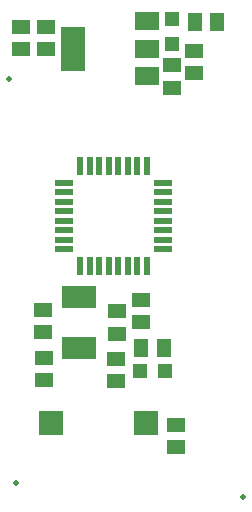
<source format=gbr>
G04 EAGLE Gerber X2 export*
%TF.Part,Single*%
%TF.FileFunction,Paste,Top*%
%TF.FilePolarity,Positive*%
%TF.GenerationSoftware,Autodesk,EAGLE,9.6.2*%
%TF.CreationDate,2022-05-08T16:50:48Z*%
G75*
%MOMM*%
%FSLAX46Y46*%
%LPD*%
%INSolderpaste Top*%
%AMOC8*
5,1,8,0,0,1.08239X$1,22.5*%
G01*
%ADD10R,1.500000X1.300000*%
%ADD11R,1.300000X1.500000*%
%ADD12R,1.200000X1.200000*%
%ADD13R,2.000000X2.000000*%
%ADD14R,0.550000X1.500000*%
%ADD15R,1.500000X0.550000*%
%ADD16R,2.950000X1.950000*%
%ADD17C,0.508000*%
%ADD18R,2.000000X1.500000*%
%ADD19R,2.000000X3.800000*%


D10*
X18167400Y7402700D03*
X18167400Y5502700D03*
D11*
X17107400Y13852700D03*
X15207400Y13852700D03*
D10*
X6937400Y17112700D03*
X6937400Y15212700D03*
X13127400Y15092700D03*
X13127400Y16992700D03*
X5018400Y41063700D03*
X5018400Y39163700D03*
X17813400Y37821700D03*
X17813400Y35921700D03*
X19668400Y39044700D03*
X19668400Y37144700D03*
X7128400Y41063700D03*
X7128400Y39163700D03*
X15197400Y17962700D03*
X15197400Y16062700D03*
D12*
X15097400Y11962700D03*
X17197400Y11962700D03*
X17799600Y41751300D03*
X17799600Y39651300D03*
D10*
X6947400Y13062700D03*
X6947400Y11162700D03*
D11*
X21641300Y41481400D03*
X19741300Y41481400D03*
D10*
X13087400Y11062700D03*
X13087400Y12962700D03*
D13*
X7587400Y7562700D03*
X15587400Y7562700D03*
D14*
X10067400Y20872700D03*
X10867400Y20872700D03*
X11667400Y20872700D03*
X12467400Y20872700D03*
X13267400Y20872700D03*
X14067400Y20872700D03*
X14867400Y20872700D03*
X15667400Y20872700D03*
D15*
X17067400Y22272700D03*
X17067400Y23072700D03*
X17067400Y23872700D03*
X17067400Y24672700D03*
X17067400Y25472700D03*
X17067400Y26272700D03*
X17067400Y27072700D03*
X17067400Y27872700D03*
D14*
X15667400Y29272700D03*
X14867400Y29272700D03*
X14067400Y29272700D03*
X13267400Y29272700D03*
X12467400Y29272700D03*
X11667400Y29272700D03*
X10867400Y29272700D03*
X10067400Y29272700D03*
D15*
X8667400Y27872700D03*
X8667400Y27072700D03*
X8667400Y26272700D03*
X8667400Y25472700D03*
X8667400Y24672700D03*
X8667400Y23872700D03*
X8667400Y23072700D03*
X8667400Y22272700D03*
D16*
X9957400Y18172700D03*
X9957400Y13872700D03*
D17*
X4621000Y2445000D03*
X23821000Y1292000D03*
X4017000Y36705000D03*
D18*
X15723000Y36943000D03*
X15723000Y39243000D03*
X15723000Y41543000D03*
D19*
X9423000Y39243000D03*
M02*

</source>
